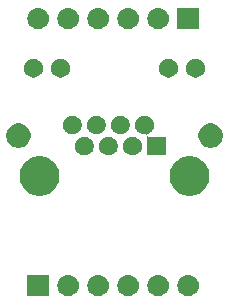
<source format=gbr>
G04 #@! TF.GenerationSoftware,KiCad,Pcbnew,(5.0.2)-1*
G04 #@! TF.CreationDate,2018-12-29T12:11:14-05:00*
G04 #@! TF.ProjectId,8P8C+LED_Horizontal,38503843-2b4c-4454-945f-486f72697a6f,rev?*
G04 #@! TF.SameCoordinates,Original*
G04 #@! TF.FileFunction,Soldermask,Bot*
G04 #@! TF.FilePolarity,Negative*
%FSLAX46Y46*%
G04 Gerber Fmt 4.6, Leading zero omitted, Abs format (unit mm)*
G04 Created by KiCad (PCBNEW (5.0.2)-1) date 12/29/2018 12:11:14 PM*
%MOMM*%
%LPD*%
G01*
G04 APERTURE LIST*
%ADD10C,0.100000*%
G04 APERTURE END LIST*
D10*
G36*
X147430443Y-115691519D02*
X147496627Y-115698037D01*
X147609853Y-115732384D01*
X147666467Y-115749557D01*
X147805087Y-115823652D01*
X147822991Y-115833222D01*
X147858729Y-115862552D01*
X147960186Y-115945814D01*
X148043448Y-116047271D01*
X148072778Y-116083009D01*
X148072779Y-116083011D01*
X148156443Y-116239533D01*
X148156443Y-116239534D01*
X148207963Y-116409373D01*
X148225359Y-116586000D01*
X148207963Y-116762627D01*
X148173616Y-116875853D01*
X148156443Y-116932467D01*
X148082348Y-117071087D01*
X148072778Y-117088991D01*
X148043448Y-117124729D01*
X147960186Y-117226186D01*
X147858729Y-117309448D01*
X147822991Y-117338778D01*
X147822989Y-117338779D01*
X147666467Y-117422443D01*
X147609853Y-117439616D01*
X147496627Y-117473963D01*
X147430442Y-117480482D01*
X147364260Y-117487000D01*
X147275740Y-117487000D01*
X147209558Y-117480482D01*
X147143373Y-117473963D01*
X147030147Y-117439616D01*
X146973533Y-117422443D01*
X146817011Y-117338779D01*
X146817009Y-117338778D01*
X146781271Y-117309448D01*
X146679814Y-117226186D01*
X146596552Y-117124729D01*
X146567222Y-117088991D01*
X146557652Y-117071087D01*
X146483557Y-116932467D01*
X146466384Y-116875853D01*
X146432037Y-116762627D01*
X146414641Y-116586000D01*
X146432037Y-116409373D01*
X146483557Y-116239534D01*
X146483557Y-116239533D01*
X146567221Y-116083011D01*
X146567222Y-116083009D01*
X146596552Y-116047271D01*
X146679814Y-115945814D01*
X146781271Y-115862552D01*
X146817009Y-115833222D01*
X146834913Y-115823652D01*
X146973533Y-115749557D01*
X147030147Y-115732384D01*
X147143373Y-115698037D01*
X147209557Y-115691519D01*
X147275740Y-115685000D01*
X147364260Y-115685000D01*
X147430443Y-115691519D01*
X147430443Y-115691519D01*
G37*
G36*
X142350443Y-115691519D02*
X142416627Y-115698037D01*
X142529853Y-115732384D01*
X142586467Y-115749557D01*
X142725087Y-115823652D01*
X142742991Y-115833222D01*
X142778729Y-115862552D01*
X142880186Y-115945814D01*
X142963448Y-116047271D01*
X142992778Y-116083009D01*
X142992779Y-116083011D01*
X143076443Y-116239533D01*
X143076443Y-116239534D01*
X143127963Y-116409373D01*
X143145359Y-116586000D01*
X143127963Y-116762627D01*
X143093616Y-116875853D01*
X143076443Y-116932467D01*
X143002348Y-117071087D01*
X142992778Y-117088991D01*
X142963448Y-117124729D01*
X142880186Y-117226186D01*
X142778729Y-117309448D01*
X142742991Y-117338778D01*
X142742989Y-117338779D01*
X142586467Y-117422443D01*
X142529853Y-117439616D01*
X142416627Y-117473963D01*
X142350442Y-117480482D01*
X142284260Y-117487000D01*
X142195740Y-117487000D01*
X142129558Y-117480482D01*
X142063373Y-117473963D01*
X141950147Y-117439616D01*
X141893533Y-117422443D01*
X141737011Y-117338779D01*
X141737009Y-117338778D01*
X141701271Y-117309448D01*
X141599814Y-117226186D01*
X141516552Y-117124729D01*
X141487222Y-117088991D01*
X141477652Y-117071087D01*
X141403557Y-116932467D01*
X141386384Y-116875853D01*
X141352037Y-116762627D01*
X141334641Y-116586000D01*
X141352037Y-116409373D01*
X141403557Y-116239534D01*
X141403557Y-116239533D01*
X141487221Y-116083011D01*
X141487222Y-116083009D01*
X141516552Y-116047271D01*
X141599814Y-115945814D01*
X141701271Y-115862552D01*
X141737009Y-115833222D01*
X141754913Y-115823652D01*
X141893533Y-115749557D01*
X141950147Y-115732384D01*
X142063373Y-115698037D01*
X142129557Y-115691519D01*
X142195740Y-115685000D01*
X142284260Y-115685000D01*
X142350443Y-115691519D01*
X142350443Y-115691519D01*
G37*
G36*
X139810443Y-115691519D02*
X139876627Y-115698037D01*
X139989853Y-115732384D01*
X140046467Y-115749557D01*
X140185087Y-115823652D01*
X140202991Y-115833222D01*
X140238729Y-115862552D01*
X140340186Y-115945814D01*
X140423448Y-116047271D01*
X140452778Y-116083009D01*
X140452779Y-116083011D01*
X140536443Y-116239533D01*
X140536443Y-116239534D01*
X140587963Y-116409373D01*
X140605359Y-116586000D01*
X140587963Y-116762627D01*
X140553616Y-116875853D01*
X140536443Y-116932467D01*
X140462348Y-117071087D01*
X140452778Y-117088991D01*
X140423448Y-117124729D01*
X140340186Y-117226186D01*
X140238729Y-117309448D01*
X140202991Y-117338778D01*
X140202989Y-117338779D01*
X140046467Y-117422443D01*
X139989853Y-117439616D01*
X139876627Y-117473963D01*
X139810442Y-117480482D01*
X139744260Y-117487000D01*
X139655740Y-117487000D01*
X139589558Y-117480482D01*
X139523373Y-117473963D01*
X139410147Y-117439616D01*
X139353533Y-117422443D01*
X139197011Y-117338779D01*
X139197009Y-117338778D01*
X139161271Y-117309448D01*
X139059814Y-117226186D01*
X138976552Y-117124729D01*
X138947222Y-117088991D01*
X138937652Y-117071087D01*
X138863557Y-116932467D01*
X138846384Y-116875853D01*
X138812037Y-116762627D01*
X138794641Y-116586000D01*
X138812037Y-116409373D01*
X138863557Y-116239534D01*
X138863557Y-116239533D01*
X138947221Y-116083011D01*
X138947222Y-116083009D01*
X138976552Y-116047271D01*
X139059814Y-115945814D01*
X139161271Y-115862552D01*
X139197009Y-115833222D01*
X139214913Y-115823652D01*
X139353533Y-115749557D01*
X139410147Y-115732384D01*
X139523373Y-115698037D01*
X139589557Y-115691519D01*
X139655740Y-115685000D01*
X139744260Y-115685000D01*
X139810443Y-115691519D01*
X139810443Y-115691519D01*
G37*
G36*
X137270443Y-115691519D02*
X137336627Y-115698037D01*
X137449853Y-115732384D01*
X137506467Y-115749557D01*
X137645087Y-115823652D01*
X137662991Y-115833222D01*
X137698729Y-115862552D01*
X137800186Y-115945814D01*
X137883448Y-116047271D01*
X137912778Y-116083009D01*
X137912779Y-116083011D01*
X137996443Y-116239533D01*
X137996443Y-116239534D01*
X138047963Y-116409373D01*
X138065359Y-116586000D01*
X138047963Y-116762627D01*
X138013616Y-116875853D01*
X137996443Y-116932467D01*
X137922348Y-117071087D01*
X137912778Y-117088991D01*
X137883448Y-117124729D01*
X137800186Y-117226186D01*
X137698729Y-117309448D01*
X137662991Y-117338778D01*
X137662989Y-117338779D01*
X137506467Y-117422443D01*
X137449853Y-117439616D01*
X137336627Y-117473963D01*
X137270442Y-117480482D01*
X137204260Y-117487000D01*
X137115740Y-117487000D01*
X137049558Y-117480482D01*
X136983373Y-117473963D01*
X136870147Y-117439616D01*
X136813533Y-117422443D01*
X136657011Y-117338779D01*
X136657009Y-117338778D01*
X136621271Y-117309448D01*
X136519814Y-117226186D01*
X136436552Y-117124729D01*
X136407222Y-117088991D01*
X136397652Y-117071087D01*
X136323557Y-116932467D01*
X136306384Y-116875853D01*
X136272037Y-116762627D01*
X136254641Y-116586000D01*
X136272037Y-116409373D01*
X136323557Y-116239534D01*
X136323557Y-116239533D01*
X136407221Y-116083011D01*
X136407222Y-116083009D01*
X136436552Y-116047271D01*
X136519814Y-115945814D01*
X136621271Y-115862552D01*
X136657009Y-115833222D01*
X136674913Y-115823652D01*
X136813533Y-115749557D01*
X136870147Y-115732384D01*
X136983373Y-115698037D01*
X137049557Y-115691519D01*
X137115740Y-115685000D01*
X137204260Y-115685000D01*
X137270443Y-115691519D01*
X137270443Y-115691519D01*
G37*
G36*
X135521000Y-117487000D02*
X133719000Y-117487000D01*
X133719000Y-115685000D01*
X135521000Y-115685000D01*
X135521000Y-117487000D01*
X135521000Y-117487000D01*
G37*
G36*
X144890443Y-115691519D02*
X144956627Y-115698037D01*
X145069853Y-115732384D01*
X145126467Y-115749557D01*
X145265087Y-115823652D01*
X145282991Y-115833222D01*
X145318729Y-115862552D01*
X145420186Y-115945814D01*
X145503448Y-116047271D01*
X145532778Y-116083009D01*
X145532779Y-116083011D01*
X145616443Y-116239533D01*
X145616443Y-116239534D01*
X145667963Y-116409373D01*
X145685359Y-116586000D01*
X145667963Y-116762627D01*
X145633616Y-116875853D01*
X145616443Y-116932467D01*
X145542348Y-117071087D01*
X145532778Y-117088991D01*
X145503448Y-117124729D01*
X145420186Y-117226186D01*
X145318729Y-117309448D01*
X145282991Y-117338778D01*
X145282989Y-117338779D01*
X145126467Y-117422443D01*
X145069853Y-117439616D01*
X144956627Y-117473963D01*
X144890442Y-117480482D01*
X144824260Y-117487000D01*
X144735740Y-117487000D01*
X144669558Y-117480482D01*
X144603373Y-117473963D01*
X144490147Y-117439616D01*
X144433533Y-117422443D01*
X144277011Y-117338779D01*
X144277009Y-117338778D01*
X144241271Y-117309448D01*
X144139814Y-117226186D01*
X144056552Y-117124729D01*
X144027222Y-117088991D01*
X144017652Y-117071087D01*
X143943557Y-116932467D01*
X143926384Y-116875853D01*
X143892037Y-116762627D01*
X143874641Y-116586000D01*
X143892037Y-116409373D01*
X143943557Y-116239534D01*
X143943557Y-116239533D01*
X144027221Y-116083011D01*
X144027222Y-116083009D01*
X144056552Y-116047271D01*
X144139814Y-115945814D01*
X144241271Y-115862552D01*
X144277009Y-115833222D01*
X144294913Y-115823652D01*
X144433533Y-115749557D01*
X144490147Y-115732384D01*
X144603373Y-115698037D01*
X144669557Y-115691519D01*
X144735740Y-115685000D01*
X144824260Y-115685000D01*
X144890443Y-115691519D01*
X144890443Y-115691519D01*
G37*
G36*
X135231871Y-105703408D02*
X135536883Y-105829748D01*
X135809538Y-106011930D01*
X135811390Y-106013168D01*
X136044832Y-106246610D01*
X136044834Y-106246613D01*
X136228252Y-106521117D01*
X136354592Y-106826129D01*
X136419000Y-107149928D01*
X136419000Y-107480072D01*
X136354592Y-107803871D01*
X136228252Y-108108883D01*
X136046070Y-108381538D01*
X136044832Y-108383390D01*
X135811390Y-108616832D01*
X135811387Y-108616834D01*
X135536883Y-108800252D01*
X135231871Y-108926592D01*
X134908072Y-108991000D01*
X134577928Y-108991000D01*
X134254129Y-108926592D01*
X133949117Y-108800252D01*
X133674613Y-108616834D01*
X133674610Y-108616832D01*
X133441168Y-108383390D01*
X133439930Y-108381538D01*
X133257748Y-108108883D01*
X133131408Y-107803871D01*
X133067000Y-107480072D01*
X133067000Y-107149928D01*
X133131408Y-106826129D01*
X133257748Y-106521117D01*
X133441166Y-106246613D01*
X133441168Y-106246610D01*
X133674610Y-106013168D01*
X133676462Y-106011930D01*
X133949117Y-105829748D01*
X134254129Y-105703408D01*
X134577928Y-105639000D01*
X134908072Y-105639000D01*
X135231871Y-105703408D01*
X135231871Y-105703408D01*
G37*
G36*
X147931871Y-105703408D02*
X148236883Y-105829748D01*
X148509538Y-106011930D01*
X148511390Y-106013168D01*
X148744832Y-106246610D01*
X148744834Y-106246613D01*
X148928252Y-106521117D01*
X149054592Y-106826129D01*
X149119000Y-107149928D01*
X149119000Y-107480072D01*
X149054592Y-107803871D01*
X148928252Y-108108883D01*
X148746070Y-108381538D01*
X148744832Y-108383390D01*
X148511390Y-108616832D01*
X148511387Y-108616834D01*
X148236883Y-108800252D01*
X147931871Y-108926592D01*
X147608072Y-108991000D01*
X147277928Y-108991000D01*
X146954129Y-108926592D01*
X146649117Y-108800252D01*
X146374613Y-108616834D01*
X146374610Y-108616832D01*
X146141168Y-108383390D01*
X146139930Y-108381538D01*
X145957748Y-108108883D01*
X145831408Y-107803871D01*
X145767000Y-107480072D01*
X145767000Y-107149928D01*
X145831408Y-106826129D01*
X145957748Y-106521117D01*
X146141166Y-106246613D01*
X146141168Y-106246610D01*
X146374610Y-106013168D01*
X146376462Y-106011930D01*
X146649117Y-105829748D01*
X146954129Y-105703408D01*
X147277928Y-105639000D01*
X147608072Y-105639000D01*
X147931871Y-105703408D01*
X147931871Y-105703408D01*
G37*
G36*
X142846643Y-104004781D02*
X142992415Y-104065162D01*
X143123611Y-104152824D01*
X143235176Y-104264389D01*
X143322838Y-104395585D01*
X143383219Y-104541357D01*
X143414000Y-104696107D01*
X143414000Y-104853893D01*
X143383219Y-105008643D01*
X143322838Y-105154415D01*
X143235176Y-105285611D01*
X143123611Y-105397176D01*
X142992415Y-105484838D01*
X142846643Y-105545219D01*
X142691893Y-105576000D01*
X142534107Y-105576000D01*
X142379357Y-105545219D01*
X142233585Y-105484838D01*
X142102389Y-105397176D01*
X141990824Y-105285611D01*
X141903162Y-105154415D01*
X141842781Y-105008643D01*
X141812000Y-104853893D01*
X141812000Y-104696107D01*
X141842781Y-104541357D01*
X141903162Y-104395585D01*
X141990824Y-104264389D01*
X142102389Y-104152824D01*
X142233585Y-104065162D01*
X142379357Y-104004781D01*
X142534107Y-103974000D01*
X142691893Y-103974000D01*
X142846643Y-104004781D01*
X142846643Y-104004781D01*
G37*
G36*
X140806643Y-104004781D02*
X140952415Y-104065162D01*
X141083611Y-104152824D01*
X141195176Y-104264389D01*
X141282838Y-104395585D01*
X141343219Y-104541357D01*
X141374000Y-104696107D01*
X141374000Y-104853893D01*
X141343219Y-105008643D01*
X141282838Y-105154415D01*
X141195176Y-105285611D01*
X141083611Y-105397176D01*
X140952415Y-105484838D01*
X140806643Y-105545219D01*
X140651893Y-105576000D01*
X140494107Y-105576000D01*
X140339357Y-105545219D01*
X140193585Y-105484838D01*
X140062389Y-105397176D01*
X139950824Y-105285611D01*
X139863162Y-105154415D01*
X139802781Y-105008643D01*
X139772000Y-104853893D01*
X139772000Y-104696107D01*
X139802781Y-104541357D01*
X139863162Y-104395585D01*
X139950824Y-104264389D01*
X140062389Y-104152824D01*
X140193585Y-104065162D01*
X140339357Y-104004781D01*
X140494107Y-103974000D01*
X140651893Y-103974000D01*
X140806643Y-104004781D01*
X140806643Y-104004781D01*
G37*
G36*
X138766643Y-104004781D02*
X138912415Y-104065162D01*
X139043611Y-104152824D01*
X139155176Y-104264389D01*
X139242838Y-104395585D01*
X139303219Y-104541357D01*
X139334000Y-104696107D01*
X139334000Y-104853893D01*
X139303219Y-105008643D01*
X139242838Y-105154415D01*
X139155176Y-105285611D01*
X139043611Y-105397176D01*
X138912415Y-105484838D01*
X138766643Y-105545219D01*
X138611893Y-105576000D01*
X138454107Y-105576000D01*
X138299357Y-105545219D01*
X138153585Y-105484838D01*
X138022389Y-105397176D01*
X137910824Y-105285611D01*
X137823162Y-105154415D01*
X137762781Y-105008643D01*
X137732000Y-104853893D01*
X137732000Y-104696107D01*
X137762781Y-104541357D01*
X137823162Y-104395585D01*
X137910824Y-104264389D01*
X138022389Y-104152824D01*
X138153585Y-104065162D01*
X138299357Y-104004781D01*
X138454107Y-103974000D01*
X138611893Y-103974000D01*
X138766643Y-104004781D01*
X138766643Y-104004781D01*
G37*
G36*
X143866643Y-102224781D02*
X144012415Y-102285162D01*
X144143611Y-102372824D01*
X144255176Y-102484389D01*
X144342838Y-102615585D01*
X144403219Y-102761357D01*
X144434000Y-102916107D01*
X144434000Y-103073893D01*
X144403219Y-103228643D01*
X144342838Y-103374415D01*
X144255176Y-103505611D01*
X144143611Y-103617176D01*
X144012417Y-103704837D01*
X143943182Y-103733515D01*
X143921572Y-103745066D01*
X143902630Y-103760612D01*
X143887084Y-103779554D01*
X143875533Y-103801165D01*
X143868420Y-103824614D01*
X143866018Y-103849000D01*
X143868420Y-103873386D01*
X143875533Y-103896836D01*
X143887084Y-103918446D01*
X143902630Y-103937388D01*
X143921572Y-103952934D01*
X143943183Y-103964485D01*
X143966632Y-103971598D01*
X143991018Y-103974000D01*
X145454000Y-103974000D01*
X145454000Y-105576000D01*
X143852000Y-105576000D01*
X143852000Y-103920444D01*
X143849598Y-103896058D01*
X143842485Y-103872609D01*
X143830934Y-103850998D01*
X143815388Y-103832056D01*
X143796446Y-103816510D01*
X143774835Y-103804959D01*
X143751386Y-103797846D01*
X143727000Y-103795444D01*
X143721352Y-103796000D01*
X143554107Y-103796000D01*
X143399357Y-103765219D01*
X143253585Y-103704838D01*
X143122389Y-103617176D01*
X143010824Y-103505611D01*
X142923162Y-103374415D01*
X142862781Y-103228643D01*
X142832000Y-103073893D01*
X142832000Y-102916107D01*
X142862781Y-102761357D01*
X142923162Y-102615585D01*
X143010824Y-102484389D01*
X143122389Y-102372824D01*
X143253585Y-102285162D01*
X143399357Y-102224781D01*
X143554107Y-102194000D01*
X143711893Y-102194000D01*
X143866643Y-102224781D01*
X143866643Y-102224781D01*
G37*
G36*
X133269565Y-102874389D02*
X133460834Y-102953615D01*
X133632976Y-103068637D01*
X133779363Y-103215024D01*
X133894385Y-103387166D01*
X133973611Y-103578435D01*
X134014000Y-103781484D01*
X134014000Y-103988516D01*
X133973611Y-104191565D01*
X133894385Y-104382834D01*
X133779363Y-104554976D01*
X133632976Y-104701363D01*
X133460834Y-104816385D01*
X133269565Y-104895611D01*
X133066516Y-104936000D01*
X132859484Y-104936000D01*
X132656435Y-104895611D01*
X132465166Y-104816385D01*
X132293024Y-104701363D01*
X132146637Y-104554976D01*
X132031615Y-104382834D01*
X131952389Y-104191565D01*
X131912000Y-103988516D01*
X131912000Y-103781484D01*
X131952389Y-103578435D01*
X132031615Y-103387166D01*
X132146637Y-103215024D01*
X132293024Y-103068637D01*
X132465166Y-102953615D01*
X132656435Y-102874389D01*
X132859484Y-102834000D01*
X133066516Y-102834000D01*
X133269565Y-102874389D01*
X133269565Y-102874389D01*
G37*
G36*
X149529565Y-102874389D02*
X149720834Y-102953615D01*
X149892976Y-103068637D01*
X150039363Y-103215024D01*
X150154385Y-103387166D01*
X150233611Y-103578435D01*
X150274000Y-103781484D01*
X150274000Y-103988516D01*
X150233611Y-104191565D01*
X150154385Y-104382834D01*
X150039363Y-104554976D01*
X149892976Y-104701363D01*
X149720834Y-104816385D01*
X149529565Y-104895611D01*
X149326516Y-104936000D01*
X149119484Y-104936000D01*
X148916435Y-104895611D01*
X148725166Y-104816385D01*
X148553024Y-104701363D01*
X148406637Y-104554976D01*
X148291615Y-104382834D01*
X148212389Y-104191565D01*
X148172000Y-103988516D01*
X148172000Y-103781484D01*
X148212389Y-103578435D01*
X148291615Y-103387166D01*
X148406637Y-103215024D01*
X148553024Y-103068637D01*
X148725166Y-102953615D01*
X148916435Y-102874389D01*
X149119484Y-102834000D01*
X149326516Y-102834000D01*
X149529565Y-102874389D01*
X149529565Y-102874389D01*
G37*
G36*
X141826643Y-102224781D02*
X141972415Y-102285162D01*
X142103611Y-102372824D01*
X142215176Y-102484389D01*
X142302838Y-102615585D01*
X142363219Y-102761357D01*
X142394000Y-102916107D01*
X142394000Y-103073893D01*
X142363219Y-103228643D01*
X142302838Y-103374415D01*
X142215176Y-103505611D01*
X142103611Y-103617176D01*
X141972415Y-103704838D01*
X141826643Y-103765219D01*
X141671893Y-103796000D01*
X141514107Y-103796000D01*
X141359357Y-103765219D01*
X141213585Y-103704838D01*
X141082389Y-103617176D01*
X140970824Y-103505611D01*
X140883162Y-103374415D01*
X140822781Y-103228643D01*
X140792000Y-103073893D01*
X140792000Y-102916107D01*
X140822781Y-102761357D01*
X140883162Y-102615585D01*
X140970824Y-102484389D01*
X141082389Y-102372824D01*
X141213585Y-102285162D01*
X141359357Y-102224781D01*
X141514107Y-102194000D01*
X141671893Y-102194000D01*
X141826643Y-102224781D01*
X141826643Y-102224781D01*
G37*
G36*
X139786643Y-102224781D02*
X139932415Y-102285162D01*
X140063611Y-102372824D01*
X140175176Y-102484389D01*
X140262838Y-102615585D01*
X140323219Y-102761357D01*
X140354000Y-102916107D01*
X140354000Y-103073893D01*
X140323219Y-103228643D01*
X140262838Y-103374415D01*
X140175176Y-103505611D01*
X140063611Y-103617176D01*
X139932415Y-103704838D01*
X139786643Y-103765219D01*
X139631893Y-103796000D01*
X139474107Y-103796000D01*
X139319357Y-103765219D01*
X139173585Y-103704838D01*
X139042389Y-103617176D01*
X138930824Y-103505611D01*
X138843162Y-103374415D01*
X138782781Y-103228643D01*
X138752000Y-103073893D01*
X138752000Y-102916107D01*
X138782781Y-102761357D01*
X138843162Y-102615585D01*
X138930824Y-102484389D01*
X139042389Y-102372824D01*
X139173585Y-102285162D01*
X139319357Y-102224781D01*
X139474107Y-102194000D01*
X139631893Y-102194000D01*
X139786643Y-102224781D01*
X139786643Y-102224781D01*
G37*
G36*
X137746643Y-102224781D02*
X137892415Y-102285162D01*
X138023611Y-102372824D01*
X138135176Y-102484389D01*
X138222838Y-102615585D01*
X138283219Y-102761357D01*
X138314000Y-102916107D01*
X138314000Y-103073893D01*
X138283219Y-103228643D01*
X138222838Y-103374415D01*
X138135176Y-103505611D01*
X138023611Y-103617176D01*
X137892415Y-103704838D01*
X137746643Y-103765219D01*
X137591893Y-103796000D01*
X137434107Y-103796000D01*
X137279357Y-103765219D01*
X137133585Y-103704838D01*
X137002389Y-103617176D01*
X136890824Y-103505611D01*
X136803162Y-103374415D01*
X136742781Y-103228643D01*
X136712000Y-103073893D01*
X136712000Y-102916107D01*
X136742781Y-102761357D01*
X136803162Y-102615585D01*
X136890824Y-102484389D01*
X137002389Y-102372824D01*
X137133585Y-102285162D01*
X137279357Y-102224781D01*
X137434107Y-102194000D01*
X137591893Y-102194000D01*
X137746643Y-102224781D01*
X137746643Y-102224781D01*
G37*
G36*
X145896643Y-97404781D02*
X146042415Y-97465162D01*
X146173611Y-97552824D01*
X146285176Y-97664389D01*
X146372838Y-97795585D01*
X146433219Y-97941357D01*
X146464000Y-98096107D01*
X146464000Y-98253893D01*
X146433219Y-98408643D01*
X146372838Y-98554415D01*
X146285176Y-98685611D01*
X146173611Y-98797176D01*
X146042415Y-98884838D01*
X145896643Y-98945219D01*
X145741893Y-98976000D01*
X145584107Y-98976000D01*
X145429357Y-98945219D01*
X145283585Y-98884838D01*
X145152389Y-98797176D01*
X145040824Y-98685611D01*
X144953162Y-98554415D01*
X144892781Y-98408643D01*
X144862000Y-98253893D01*
X144862000Y-98096107D01*
X144892781Y-97941357D01*
X144953162Y-97795585D01*
X145040824Y-97664389D01*
X145152389Y-97552824D01*
X145283585Y-97465162D01*
X145429357Y-97404781D01*
X145584107Y-97374000D01*
X145741893Y-97374000D01*
X145896643Y-97404781D01*
X145896643Y-97404781D01*
G37*
G36*
X134466643Y-97404781D02*
X134612415Y-97465162D01*
X134743611Y-97552824D01*
X134855176Y-97664389D01*
X134942838Y-97795585D01*
X135003219Y-97941357D01*
X135034000Y-98096107D01*
X135034000Y-98253893D01*
X135003219Y-98408643D01*
X134942838Y-98554415D01*
X134855176Y-98685611D01*
X134743611Y-98797176D01*
X134612415Y-98884838D01*
X134466643Y-98945219D01*
X134311893Y-98976000D01*
X134154107Y-98976000D01*
X133999357Y-98945219D01*
X133853585Y-98884838D01*
X133722389Y-98797176D01*
X133610824Y-98685611D01*
X133523162Y-98554415D01*
X133462781Y-98408643D01*
X133432000Y-98253893D01*
X133432000Y-98096107D01*
X133462781Y-97941357D01*
X133523162Y-97795585D01*
X133610824Y-97664389D01*
X133722389Y-97552824D01*
X133853585Y-97465162D01*
X133999357Y-97404781D01*
X134154107Y-97374000D01*
X134311893Y-97374000D01*
X134466643Y-97404781D01*
X134466643Y-97404781D01*
G37*
G36*
X148186643Y-97404781D02*
X148332415Y-97465162D01*
X148463611Y-97552824D01*
X148575176Y-97664389D01*
X148662838Y-97795585D01*
X148723219Y-97941357D01*
X148754000Y-98096107D01*
X148754000Y-98253893D01*
X148723219Y-98408643D01*
X148662838Y-98554415D01*
X148575176Y-98685611D01*
X148463611Y-98797176D01*
X148332415Y-98884838D01*
X148186643Y-98945219D01*
X148031893Y-98976000D01*
X147874107Y-98976000D01*
X147719357Y-98945219D01*
X147573585Y-98884838D01*
X147442389Y-98797176D01*
X147330824Y-98685611D01*
X147243162Y-98554415D01*
X147182781Y-98408643D01*
X147152000Y-98253893D01*
X147152000Y-98096107D01*
X147182781Y-97941357D01*
X147243162Y-97795585D01*
X147330824Y-97664389D01*
X147442389Y-97552824D01*
X147573585Y-97465162D01*
X147719357Y-97404781D01*
X147874107Y-97374000D01*
X148031893Y-97374000D01*
X148186643Y-97404781D01*
X148186643Y-97404781D01*
G37*
G36*
X136756643Y-97404781D02*
X136902415Y-97465162D01*
X137033611Y-97552824D01*
X137145176Y-97664389D01*
X137232838Y-97795585D01*
X137293219Y-97941357D01*
X137324000Y-98096107D01*
X137324000Y-98253893D01*
X137293219Y-98408643D01*
X137232838Y-98554415D01*
X137145176Y-98685611D01*
X137033611Y-98797176D01*
X136902415Y-98884838D01*
X136756643Y-98945219D01*
X136601893Y-98976000D01*
X136444107Y-98976000D01*
X136289357Y-98945219D01*
X136143585Y-98884838D01*
X136012389Y-98797176D01*
X135900824Y-98685611D01*
X135813162Y-98554415D01*
X135752781Y-98408643D01*
X135722000Y-98253893D01*
X135722000Y-98096107D01*
X135752781Y-97941357D01*
X135813162Y-97795585D01*
X135900824Y-97664389D01*
X136012389Y-97552824D01*
X136143585Y-97465162D01*
X136289357Y-97404781D01*
X136444107Y-97374000D01*
X136601893Y-97374000D01*
X136756643Y-97404781D01*
X136756643Y-97404781D01*
G37*
G36*
X148221000Y-94881000D02*
X146419000Y-94881000D01*
X146419000Y-93079000D01*
X148221000Y-93079000D01*
X148221000Y-94881000D01*
X148221000Y-94881000D01*
G37*
G36*
X144890443Y-93085519D02*
X144956627Y-93092037D01*
X145069853Y-93126384D01*
X145126467Y-93143557D01*
X145265087Y-93217652D01*
X145282991Y-93227222D01*
X145318729Y-93256552D01*
X145420186Y-93339814D01*
X145503448Y-93441271D01*
X145532778Y-93477009D01*
X145532779Y-93477011D01*
X145616443Y-93633533D01*
X145616443Y-93633534D01*
X145667963Y-93803373D01*
X145685359Y-93980000D01*
X145667963Y-94156627D01*
X145633616Y-94269853D01*
X145616443Y-94326467D01*
X145542348Y-94465087D01*
X145532778Y-94482991D01*
X145503448Y-94518729D01*
X145420186Y-94620186D01*
X145318729Y-94703448D01*
X145282991Y-94732778D01*
X145282989Y-94732779D01*
X145126467Y-94816443D01*
X145069853Y-94833616D01*
X144956627Y-94867963D01*
X144890443Y-94874481D01*
X144824260Y-94881000D01*
X144735740Y-94881000D01*
X144669557Y-94874481D01*
X144603373Y-94867963D01*
X144490147Y-94833616D01*
X144433533Y-94816443D01*
X144277011Y-94732779D01*
X144277009Y-94732778D01*
X144241271Y-94703448D01*
X144139814Y-94620186D01*
X144056552Y-94518729D01*
X144027222Y-94482991D01*
X144017652Y-94465087D01*
X143943557Y-94326467D01*
X143926384Y-94269853D01*
X143892037Y-94156627D01*
X143874641Y-93980000D01*
X143892037Y-93803373D01*
X143943557Y-93633534D01*
X143943557Y-93633533D01*
X144027221Y-93477011D01*
X144027222Y-93477009D01*
X144056552Y-93441271D01*
X144139814Y-93339814D01*
X144241271Y-93256552D01*
X144277009Y-93227222D01*
X144294913Y-93217652D01*
X144433533Y-93143557D01*
X144490147Y-93126384D01*
X144603373Y-93092037D01*
X144669557Y-93085519D01*
X144735740Y-93079000D01*
X144824260Y-93079000D01*
X144890443Y-93085519D01*
X144890443Y-93085519D01*
G37*
G36*
X142350443Y-93085519D02*
X142416627Y-93092037D01*
X142529853Y-93126384D01*
X142586467Y-93143557D01*
X142725087Y-93217652D01*
X142742991Y-93227222D01*
X142778729Y-93256552D01*
X142880186Y-93339814D01*
X142963448Y-93441271D01*
X142992778Y-93477009D01*
X142992779Y-93477011D01*
X143076443Y-93633533D01*
X143076443Y-93633534D01*
X143127963Y-93803373D01*
X143145359Y-93980000D01*
X143127963Y-94156627D01*
X143093616Y-94269853D01*
X143076443Y-94326467D01*
X143002348Y-94465087D01*
X142992778Y-94482991D01*
X142963448Y-94518729D01*
X142880186Y-94620186D01*
X142778729Y-94703448D01*
X142742991Y-94732778D01*
X142742989Y-94732779D01*
X142586467Y-94816443D01*
X142529853Y-94833616D01*
X142416627Y-94867963D01*
X142350443Y-94874481D01*
X142284260Y-94881000D01*
X142195740Y-94881000D01*
X142129557Y-94874481D01*
X142063373Y-94867963D01*
X141950147Y-94833616D01*
X141893533Y-94816443D01*
X141737011Y-94732779D01*
X141737009Y-94732778D01*
X141701271Y-94703448D01*
X141599814Y-94620186D01*
X141516552Y-94518729D01*
X141487222Y-94482991D01*
X141477652Y-94465087D01*
X141403557Y-94326467D01*
X141386384Y-94269853D01*
X141352037Y-94156627D01*
X141334641Y-93980000D01*
X141352037Y-93803373D01*
X141403557Y-93633534D01*
X141403557Y-93633533D01*
X141487221Y-93477011D01*
X141487222Y-93477009D01*
X141516552Y-93441271D01*
X141599814Y-93339814D01*
X141701271Y-93256552D01*
X141737009Y-93227222D01*
X141754913Y-93217652D01*
X141893533Y-93143557D01*
X141950147Y-93126384D01*
X142063373Y-93092037D01*
X142129557Y-93085519D01*
X142195740Y-93079000D01*
X142284260Y-93079000D01*
X142350443Y-93085519D01*
X142350443Y-93085519D01*
G37*
G36*
X139810443Y-93085519D02*
X139876627Y-93092037D01*
X139989853Y-93126384D01*
X140046467Y-93143557D01*
X140185087Y-93217652D01*
X140202991Y-93227222D01*
X140238729Y-93256552D01*
X140340186Y-93339814D01*
X140423448Y-93441271D01*
X140452778Y-93477009D01*
X140452779Y-93477011D01*
X140536443Y-93633533D01*
X140536443Y-93633534D01*
X140587963Y-93803373D01*
X140605359Y-93980000D01*
X140587963Y-94156627D01*
X140553616Y-94269853D01*
X140536443Y-94326467D01*
X140462348Y-94465087D01*
X140452778Y-94482991D01*
X140423448Y-94518729D01*
X140340186Y-94620186D01*
X140238729Y-94703448D01*
X140202991Y-94732778D01*
X140202989Y-94732779D01*
X140046467Y-94816443D01*
X139989853Y-94833616D01*
X139876627Y-94867963D01*
X139810443Y-94874481D01*
X139744260Y-94881000D01*
X139655740Y-94881000D01*
X139589557Y-94874481D01*
X139523373Y-94867963D01*
X139410147Y-94833616D01*
X139353533Y-94816443D01*
X139197011Y-94732779D01*
X139197009Y-94732778D01*
X139161271Y-94703448D01*
X139059814Y-94620186D01*
X138976552Y-94518729D01*
X138947222Y-94482991D01*
X138937652Y-94465087D01*
X138863557Y-94326467D01*
X138846384Y-94269853D01*
X138812037Y-94156627D01*
X138794641Y-93980000D01*
X138812037Y-93803373D01*
X138863557Y-93633534D01*
X138863557Y-93633533D01*
X138947221Y-93477011D01*
X138947222Y-93477009D01*
X138976552Y-93441271D01*
X139059814Y-93339814D01*
X139161271Y-93256552D01*
X139197009Y-93227222D01*
X139214913Y-93217652D01*
X139353533Y-93143557D01*
X139410147Y-93126384D01*
X139523373Y-93092037D01*
X139589557Y-93085519D01*
X139655740Y-93079000D01*
X139744260Y-93079000D01*
X139810443Y-93085519D01*
X139810443Y-93085519D01*
G37*
G36*
X137270443Y-93085519D02*
X137336627Y-93092037D01*
X137449853Y-93126384D01*
X137506467Y-93143557D01*
X137645087Y-93217652D01*
X137662991Y-93227222D01*
X137698729Y-93256552D01*
X137800186Y-93339814D01*
X137883448Y-93441271D01*
X137912778Y-93477009D01*
X137912779Y-93477011D01*
X137996443Y-93633533D01*
X137996443Y-93633534D01*
X138047963Y-93803373D01*
X138065359Y-93980000D01*
X138047963Y-94156627D01*
X138013616Y-94269853D01*
X137996443Y-94326467D01*
X137922348Y-94465087D01*
X137912778Y-94482991D01*
X137883448Y-94518729D01*
X137800186Y-94620186D01*
X137698729Y-94703448D01*
X137662991Y-94732778D01*
X137662989Y-94732779D01*
X137506467Y-94816443D01*
X137449853Y-94833616D01*
X137336627Y-94867963D01*
X137270443Y-94874481D01*
X137204260Y-94881000D01*
X137115740Y-94881000D01*
X137049557Y-94874481D01*
X136983373Y-94867963D01*
X136870147Y-94833616D01*
X136813533Y-94816443D01*
X136657011Y-94732779D01*
X136657009Y-94732778D01*
X136621271Y-94703448D01*
X136519814Y-94620186D01*
X136436552Y-94518729D01*
X136407222Y-94482991D01*
X136397652Y-94465087D01*
X136323557Y-94326467D01*
X136306384Y-94269853D01*
X136272037Y-94156627D01*
X136254641Y-93980000D01*
X136272037Y-93803373D01*
X136323557Y-93633534D01*
X136323557Y-93633533D01*
X136407221Y-93477011D01*
X136407222Y-93477009D01*
X136436552Y-93441271D01*
X136519814Y-93339814D01*
X136621271Y-93256552D01*
X136657009Y-93227222D01*
X136674913Y-93217652D01*
X136813533Y-93143557D01*
X136870147Y-93126384D01*
X136983373Y-93092037D01*
X137049557Y-93085519D01*
X137115740Y-93079000D01*
X137204260Y-93079000D01*
X137270443Y-93085519D01*
X137270443Y-93085519D01*
G37*
G36*
X134730443Y-93085519D02*
X134796627Y-93092037D01*
X134909853Y-93126384D01*
X134966467Y-93143557D01*
X135105087Y-93217652D01*
X135122991Y-93227222D01*
X135158729Y-93256552D01*
X135260186Y-93339814D01*
X135343448Y-93441271D01*
X135372778Y-93477009D01*
X135372779Y-93477011D01*
X135456443Y-93633533D01*
X135456443Y-93633534D01*
X135507963Y-93803373D01*
X135525359Y-93980000D01*
X135507963Y-94156627D01*
X135473616Y-94269853D01*
X135456443Y-94326467D01*
X135382348Y-94465087D01*
X135372778Y-94482991D01*
X135343448Y-94518729D01*
X135260186Y-94620186D01*
X135158729Y-94703448D01*
X135122991Y-94732778D01*
X135122989Y-94732779D01*
X134966467Y-94816443D01*
X134909853Y-94833616D01*
X134796627Y-94867963D01*
X134730443Y-94874481D01*
X134664260Y-94881000D01*
X134575740Y-94881000D01*
X134509557Y-94874481D01*
X134443373Y-94867963D01*
X134330147Y-94833616D01*
X134273533Y-94816443D01*
X134117011Y-94732779D01*
X134117009Y-94732778D01*
X134081271Y-94703448D01*
X133979814Y-94620186D01*
X133896552Y-94518729D01*
X133867222Y-94482991D01*
X133857652Y-94465087D01*
X133783557Y-94326467D01*
X133766384Y-94269853D01*
X133732037Y-94156627D01*
X133714641Y-93980000D01*
X133732037Y-93803373D01*
X133783557Y-93633534D01*
X133783557Y-93633533D01*
X133867221Y-93477011D01*
X133867222Y-93477009D01*
X133896552Y-93441271D01*
X133979814Y-93339814D01*
X134081271Y-93256552D01*
X134117009Y-93227222D01*
X134134913Y-93217652D01*
X134273533Y-93143557D01*
X134330147Y-93126384D01*
X134443373Y-93092037D01*
X134509557Y-93085519D01*
X134575740Y-93079000D01*
X134664260Y-93079000D01*
X134730443Y-93085519D01*
X134730443Y-93085519D01*
G37*
M02*

</source>
